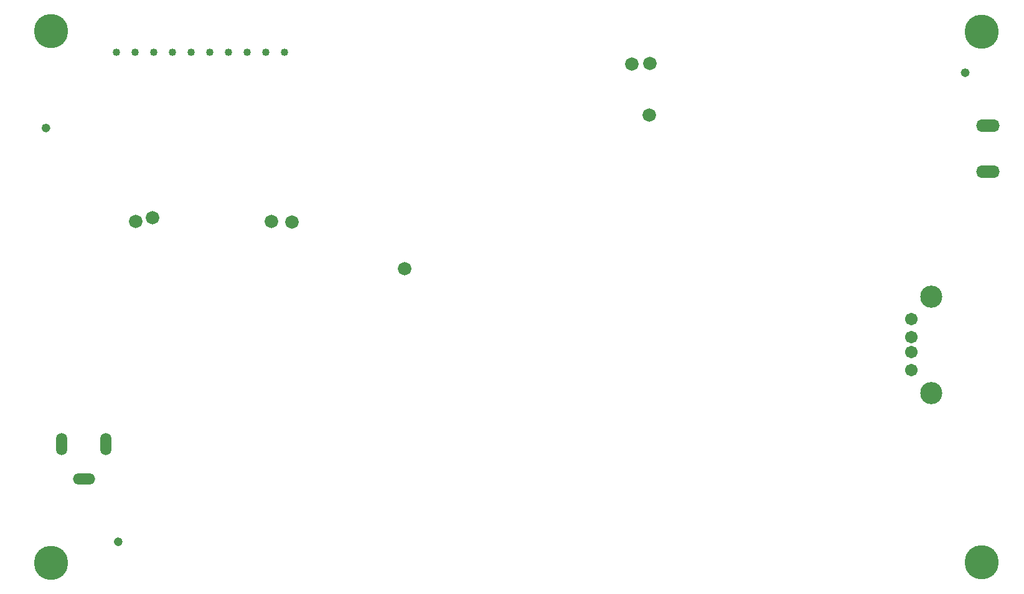
<source format=gbr>
%TF.GenerationSoftware,KiCad,Pcbnew,(5.1.10)-1*%
%TF.CreationDate,2022-03-17T16:17:32-06:00*%
%TF.ProjectId,BeagleBone_Black_Wireless,42656167-6c65-4426-9f6e-655f426c6163,rev?*%
%TF.SameCoordinates,Original*%
%TF.FileFunction,Soldermask,Bot*%
%TF.FilePolarity,Negative*%
%FSLAX46Y46*%
G04 Gerber Fmt 4.6, Leading zero omitted, Abs format (unit mm)*
G04 Created by KiCad (PCBNEW (5.1.10)-1) date 2022-03-17 16:17:32*
%MOMM*%
%LPD*%
G01*
G04 APERTURE LIST*
%ADD10O,3.016000X1.508000*%
%ADD11O,1.508000X3.016000*%
%ADD12C,1.020000*%
%ADD13C,1.828800*%
%ADD14O,3.203200X1.703200*%
%ADD15C,3.011200*%
%ADD16C,1.711200*%
%ADD17C,4.648200*%
G04 APERTURE END LIST*
D10*
%TO.C,X4*%
X58618000Y-103328200D03*
D11*
X55618000Y-98628200D03*
X61618000Y-98628200D03*
%TD*%
D12*
%TO.C,J3*%
X63020000Y-45300000D03*
X65560000Y-45300000D03*
X68100000Y-45300000D03*
X70640000Y-45300000D03*
X73180000Y-45300000D03*
X85880000Y-45300000D03*
X83340000Y-45300000D03*
X80800000Y-45300000D03*
X78260000Y-45300000D03*
X75720000Y-45300000D03*
%TD*%
D13*
%TO.C,TP2*%
X86900000Y-68425000D03*
%TD*%
%TO.C,TP1*%
X84150000Y-68350000D03*
%TD*%
%TO.C,TP3*%
X65700000Y-68325000D03*
%TD*%
%TO.C,TP4*%
X68000000Y-67775000D03*
%TD*%
D14*
%TO.C,X1*%
X181610000Y-61520000D03*
X181610000Y-55320000D03*
%TD*%
D15*
%TO.C,X2*%
X173870100Y-78520000D03*
X173870100Y-91660000D03*
D16*
X171160000Y-81590000D03*
X171160000Y-84090000D03*
X171160000Y-86090000D03*
X171160000Y-88590000D03*
%TD*%
D13*
%TO.C,TP8*%
X135534400Y-53797200D03*
%TD*%
%TO.C,TP7*%
X135600000Y-46825000D03*
%TD*%
%TO.C,TP6*%
X133150000Y-46925000D03*
%TD*%
%TO.C,TP5*%
X102275000Y-74775000D03*
%TD*%
D17*
%TO.C,MGT4*%
X54178200Y-114782600D03*
%TD*%
%TO.C,MGT3*%
X180746400Y-42494200D03*
%TD*%
%TO.C,MGT2*%
X180771800Y-114681000D03*
%TD*%
%TO.C,MGT1*%
X54152800Y-42443400D03*
%TD*%
%TO.C,FUD6*%
G36*
G01*
X177890400Y-48075000D02*
X177890400Y-48075000D01*
G75*
G02*
X178500000Y-47465400I609600J0D01*
G01*
X178500000Y-47465400D01*
G75*
G02*
X179109600Y-48075000I0J-609600D01*
G01*
X179109600Y-48075000D01*
G75*
G02*
X178500000Y-48684600I-609600J0D01*
G01*
X178500000Y-48684600D01*
G75*
G02*
X177890400Y-48075000I0J609600D01*
G01*
G37*
%TD*%
%TO.C,FUD5*%
G36*
G01*
X52865400Y-55600000D02*
X52865400Y-55600000D01*
G75*
G02*
X53475000Y-54990400I609600J0D01*
G01*
X53475000Y-54990400D01*
G75*
G02*
X54084600Y-55600000I0J-609600D01*
G01*
X54084600Y-55600000D01*
G75*
G02*
X53475000Y-56209600I-609600J0D01*
G01*
X53475000Y-56209600D01*
G75*
G02*
X52865400Y-55600000I0J609600D01*
G01*
G37*
%TD*%
%TO.C,FUD4*%
G36*
G01*
X62690400Y-111925000D02*
X62690400Y-111925000D01*
G75*
G02*
X63300000Y-111315400I609600J0D01*
G01*
X63300000Y-111315400D01*
G75*
G02*
X63909600Y-111925000I0J-609600D01*
G01*
X63909600Y-111925000D01*
G75*
G02*
X63300000Y-112534600I-609600J0D01*
G01*
X63300000Y-112534600D01*
G75*
G02*
X62690400Y-111925000I0J609600D01*
G01*
G37*
%TD*%
M02*

</source>
